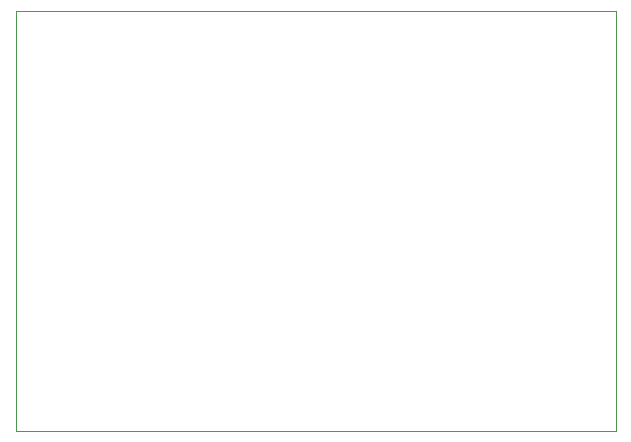
<source format=gbr>
%TF.GenerationSoftware,KiCad,Pcbnew,(6.0.1-0)*%
%TF.CreationDate,2022-03-09T19:15:24-05:00*%
%TF.ProjectId,Untitled,556e7469-746c-4656-942e-6b696361645f,rev?*%
%TF.SameCoordinates,Original*%
%TF.FileFunction,Profile,NP*%
%FSLAX46Y46*%
G04 Gerber Fmt 4.6, Leading zero omitted, Abs format (unit mm)*
G04 Created by KiCad (PCBNEW (6.0.1-0)) date 2022-03-09 19:15:24*
%MOMM*%
%LPD*%
G01*
G04 APERTURE LIST*
%TA.AperFunction,Profile*%
%ADD10C,0.100000*%
%TD*%
G04 APERTURE END LIST*
D10*
X116840000Y-81280000D02*
X167640000Y-81280000D01*
X167640000Y-81280000D02*
X167640000Y-116840000D01*
X167640000Y-116840000D02*
X116840000Y-116840000D01*
X116840000Y-116840000D02*
X116840000Y-81280000D01*
M02*

</source>
